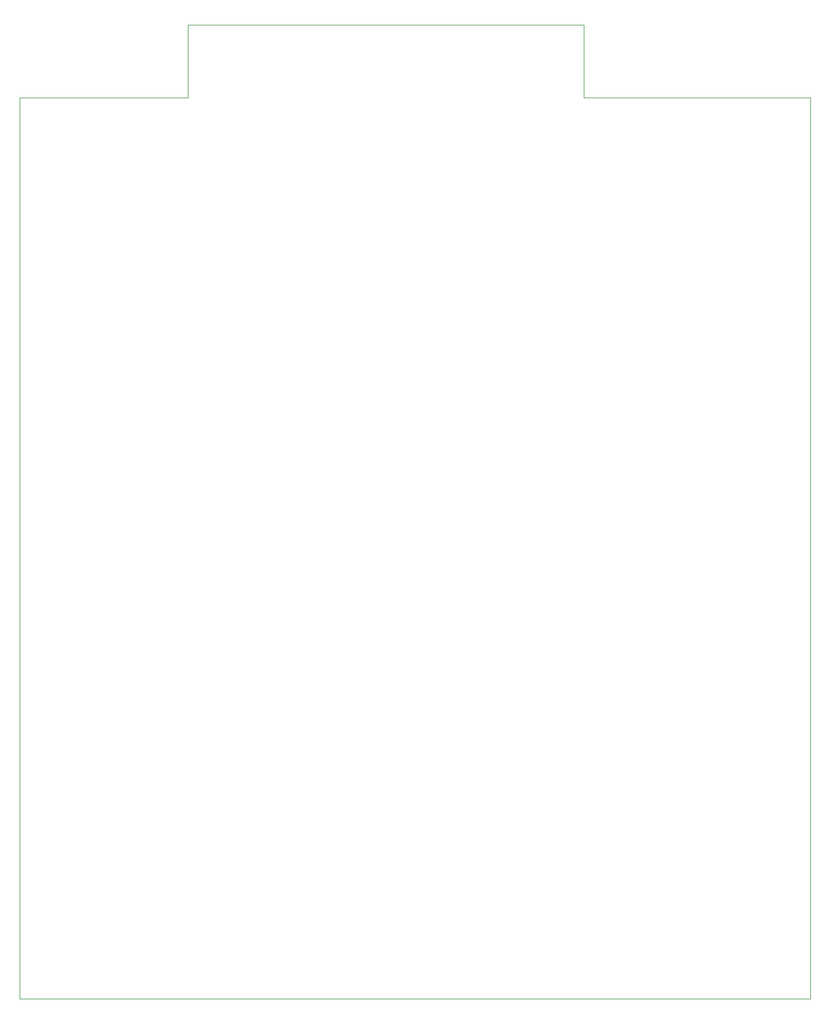
<source format=gm1>
G04 #@! TF.GenerationSoftware,KiCad,Pcbnew,(5.1.9)-1*
G04 #@! TF.CreationDate,2022-12-08T13:28:10+09:00*
G04 #@! TF.ProjectId,mz-2000,6d7a2d32-3030-4302-9e6b-696361645f70,rev?*
G04 #@! TF.SameCoordinates,PX20a6660PYbcc1c70*
G04 #@! TF.FileFunction,Profile,NP*
%FSLAX46Y46*%
G04 Gerber Fmt 4.6, Leading zero omitted, Abs format (unit mm)*
G04 Created by KiCad (PCBNEW (5.1.9)-1) date 2022-12-08 13:28:10*
%MOMM*%
%LPD*%
G01*
G04 APERTURE LIST*
G04 #@! TA.AperFunction,Profile*
%ADD10C,0.050000*%
G04 #@! TD*
G04 APERTURE END LIST*
D10*
X24600000Y132080000D02*
X24600000Y142748000D01*
X0Y132080000D02*
X24600000Y132080000D01*
X82600000Y132080000D02*
X82600000Y142748000D01*
X115764000Y132080000D02*
X82600000Y132080000D01*
X0Y132080000D02*
X0Y0D01*
X82600000Y142748000D02*
X24600000Y142748000D01*
X115764000Y0D02*
X115764000Y132080000D01*
X0Y0D02*
X115764000Y0D01*
M02*

</source>
